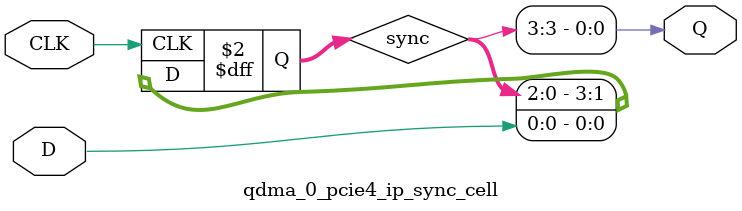
<source format=v>

`timescale 1ps / 1ps

(* DowngradeIPIdentifiedWarnings = "yes" *)
module qdma_0_pcie4_ip_sync_cell #
(
    parameter integer STAGE = 3
)
(
    //-------------------------------------------------------------------------- 
    //  Input Ports
    //-------------------------------------------------------------------------- 
    input                               CLK,
    input                               D,
    
    //-------------------------------------------------------------------------- 
    //  Output Ports
    //-------------------------------------------------------------------------- 
    output                              Q
);
    //-------------------------------------------------------------------------- 
    //  Synchronized Signals
    //--------------------------------------------------------------------------  
    (* ASYNC_REG = "TRUE", SHIFT_EXTRACT = "NO" *) reg [STAGE:0] sync;                                                            



//--------------------------------------------------------------------------------------------------
//  Synchronizier
//--------------------------------------------------------------------------------------------------
always @ (posedge CLK)
begin

    sync <= {sync[(STAGE-1):0], D};
            
end   



//--------------------------------------------------------------------------------------------------
//  Generate Output
//--------------------------------------------------------------------------------------------------
assign Q = sync[STAGE];



endmodule

</source>
